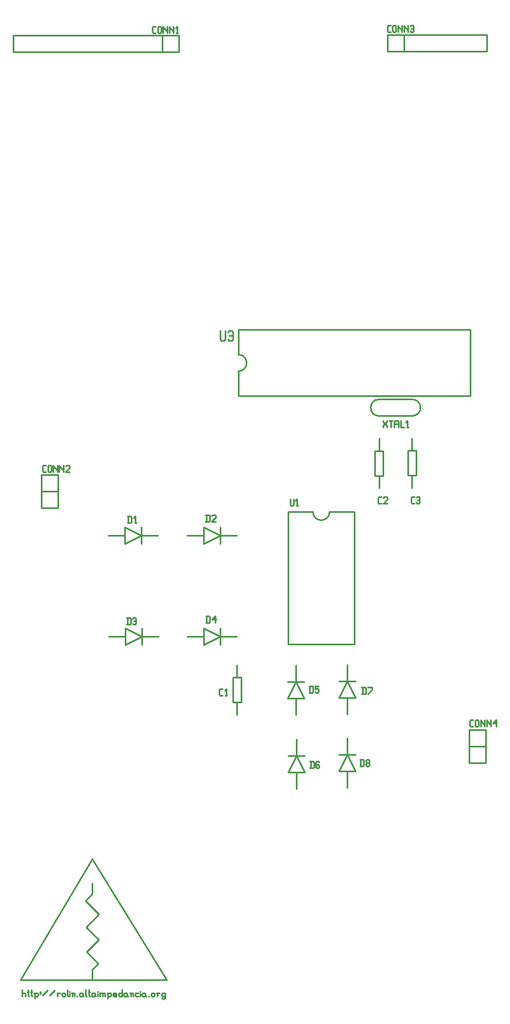
<source format=gbr>
G04 start of page 7 for group -4079 idx -4079 *
G04 Title: rolin, topsilk *
G04 Creator: pcb 20091103 *
G04 CreationDate: vie 16 abr 2010 18:34:02 GMT UTC *
G04 For: jegc *
G04 Format: Gerber/RS-274X *
G04 PCB-Dimensions: 314961 629921 *
G04 PCB-Coordinate-Origin: lower left *
%MOIN*%
%FSLAX25Y25*%
%LNFRONTSILK*%
%ADD18C,0.0100*%
G54D18*X54174Y77793D02*X62363Y69604D01*
X62362Y69606D02*X54567Y61811D01*
X58347Y81969D02*X54173Y77795D01*
X58347Y88305D02*Y81967D01*
X14921Y29960D02*X58267Y103070D01*
X103465Y30000D01*
X58386Y29960D02*X14920Y29961D01*
X58387Y36222D02*Y29962D01*
X61969Y39803D02*X58386Y36220D01*
X103464Y29999D02*X58385Y29960D01*
X62165Y54212D02*X54882Y46929D01*
X54567Y61809D02*X62165Y54211D01*
X54882Y46928D02*X61968Y39802D01*
X15823Y24077D02*Y20077D01*
Y21577D02*X16323Y22077D01*
X17323D01*
X17823Y21577D01*
Y20077D01*
X19524Y24077D02*Y20577D01*
X20024Y20077D01*
X19024Y22577D02*X20024D01*
X21525Y24077D02*Y20577D01*
X22025Y20077D01*
X21025Y22577D02*X22025D01*
X23526Y21577D02*Y18577D01*
X23026Y22077D02*X23526Y21577D01*
X24026Y22077D01*
X25026D01*
X25526Y21577D01*
Y20577D01*
X25026Y20077D02*X25526Y20577D01*
X24026Y20077D02*X25026D01*
X23526Y20577D02*X24026Y20077D01*
X26727Y22577D02*X27227D01*
X26727Y21577D02*X27227D01*
X28428Y20577D02*X31428Y23577D01*
X32629Y20577D02*X35629Y23577D01*
X37330Y21577D02*Y20077D01*
Y21577D02*X37830Y22077D01*
X38830D01*
X36830D02*X37330Y21577D01*
X40031D02*Y20577D01*
Y21577D02*X40531Y22077D01*
X41531D01*
X42031Y21577D01*
Y20577D01*
X41531Y20077D02*X42031Y20577D01*
X40531Y20077D02*X41531D01*
X40031Y20577D02*X40531Y20077D01*
X43232Y24077D02*Y20577D01*
X43732Y20077D01*
X44733Y23077D02*Y22577D01*
Y21577D02*Y20077D01*
X46234Y21577D02*Y20077D01*
Y21577D02*X46734Y22077D01*
X47234D01*
X47734Y21577D01*
Y20077D01*
X45734Y22077D02*X46234Y21577D01*
X48935Y20077D02*X49435D01*
X52136Y22077D02*X52636Y21577D01*
X51136Y22077D02*X52136D01*
X50636Y21577D02*X51136Y22077D01*
X50636Y21577D02*Y20577D01*
X51136Y20077D01*
X52636Y22077D02*Y20577D01*
X53136Y20077D01*
X51136D02*X52136D01*
X52636Y20577D01*
X54337Y24077D02*Y20577D01*
X54837Y20077D01*
X56338Y24077D02*Y20577D01*
X56838Y20077D01*
X55838Y22577D02*X56838D01*
X59339Y22077D02*X59839Y21577D01*
X58339Y22077D02*X59339D01*
X57839Y21577D02*X58339Y22077D01*
X57839Y21577D02*Y20577D01*
X58339Y20077D01*
X59839Y22077D02*Y20577D01*
X60339Y20077D01*
X58339D02*X59339D01*
X59839Y20577D01*
X61540Y23077D02*Y22577D01*
Y21577D02*Y20077D01*
X63041Y21577D02*Y20077D01*
Y21577D02*X63541Y22077D01*
X64041D01*
X64541Y21577D01*
Y20077D01*
Y21577D02*X65041Y22077D01*
X65541D01*
X66041Y21577D01*
Y20077D01*
X62541Y22077D02*X63041Y21577D01*
X67742D02*Y18577D01*
X67242Y22077D02*X67742Y21577D01*
X68242Y22077D01*
X69242D01*
X69742Y21577D01*
Y20577D01*
X69242Y20077D02*X69742Y20577D01*
X68242Y20077D02*X69242D01*
X67742Y20577D02*X68242Y20077D01*
X71443D02*X72943D01*
X70943Y20577D02*X71443Y20077D01*
X70943Y21577D02*Y20577D01*
Y21577D02*X71443Y22077D01*
X72443D01*
X72943Y21577D01*
X70943Y21077D02*X72943D01*
Y21577D02*Y21077D01*
X76144Y24077D02*Y20077D01*
X75644D02*X76144Y20577D01*
X74644Y20077D02*X75644D01*
X74144Y20577D02*X74644Y20077D01*
X74144Y21577D02*Y20577D01*
Y21577D02*X74644Y22077D01*
X75644D01*
X76144Y21577D01*
X78845Y22077D02*X79345Y21577D01*
X77845Y22077D02*X78845D01*
X77345Y21577D02*X77845Y22077D01*
X77345Y21577D02*Y20577D01*
X77845Y20077D01*
X79345Y22077D02*Y20577D01*
X79845Y20077D01*
X77845D02*X78845D01*
X79345Y20577D01*
X81546Y21577D02*Y20077D01*
Y21577D02*X82046Y22077D01*
X82546D01*
X83046Y21577D01*
Y20077D01*
X81046Y22077D02*X81546Y21577D01*
X84747Y22077D02*X86247D01*
X84247Y21577D02*X84747Y22077D01*
X84247Y21577D02*Y20577D01*
X84747Y20077D01*
X86247D01*
X87448Y23077D02*Y22577D01*
Y21577D02*Y20077D01*
X89949Y22077D02*X90449Y21577D01*
X88949Y22077D02*X89949D01*
X88449Y21577D02*X88949Y22077D01*
X88449Y21577D02*Y20577D01*
X88949Y20077D01*
X90449Y22077D02*Y20577D01*
X90949Y20077D01*
X88949D02*X89949D01*
X90449Y20577D01*
X92150Y20077D02*X92650D01*
X93851Y21577D02*Y20577D01*
Y21577D02*X94351Y22077D01*
X95351D01*
X95851Y21577D01*
Y20577D01*
X95351Y20077D02*X95851Y20577D01*
X94351Y20077D02*X95351D01*
X93851Y20577D02*X94351Y20077D01*
X97552Y21577D02*Y20077D01*
Y21577D02*X98052Y22077D01*
X99052D01*
X97052D02*X97552Y21577D01*
X101753Y22077D02*X102253Y21577D01*
X100753Y22077D02*X101753D01*
X100253Y21577D02*X100753Y22077D01*
X100253Y21577D02*Y20577D01*
X100753Y20077D01*
X101753D01*
X102253Y20577D01*
X100253Y19077D02*X100753Y18577D01*
X101753D01*
X102253Y19077D01*
Y22077D02*Y19077D01*
X143172Y212617D02*X148172D01*
X143172D02*Y197617D01*
X148172D01*
Y212617D02*Y197617D01*
X145672D02*Y190117D01*
Y220117D02*Y212617D01*
X295827Y181023D02*Y171023D01*
X285827D02*X295827D01*
X285827Y181023D02*X295827D01*
Y161023D01*
X285827D02*X295827D01*
X285827Y181023D02*Y161023D01*
X201655Y312597D02*X216655D01*
X176655D02*X191655D01*
X216655Y232597D02*Y312597D01*
X176655Y232597D02*X216655D01*
X176655Y312597D02*Y232597D01*
X191655Y312597D02*G75*G03X201655Y312597I5000J0D01*G01*
X176469Y210093D02*X186469D01*
X176469Y200093D02*X181469Y210093D01*
X176469Y200093D02*X186469D01*
X181469Y210093D02*X186469Y200093D01*
X181469D02*Y190093D01*
Y220093D02*Y210093D01*
X207296Y210331D02*X217296D01*
X207296Y200331D02*X212296Y210331D01*
X207296Y200331D02*X217296D01*
X212296Y210331D02*X217296Y200331D01*
X212296D02*Y190331D01*
Y220331D02*Y210331D01*
X100473Y590512D02*X110473D01*
X100473Y600512D02*Y590512D01*
X110473Y600512D02*Y590512D01*
X10473D02*X110473D01*
X10473Y600512D02*Y590512D01*
Y600512D02*X110473D01*
X236536Y600630D02*X246536D01*
Y590630D01*
X236536Y600630D02*Y590630D01*
Y600630D02*X296536D01*
Y590630D01*
X236536D02*X296536D01*
X248939Y349558D02*X253939D01*
X248939D02*Y334558D01*
X253939D01*
Y349558D02*Y334558D01*
X251439D02*Y327058D01*
Y357058D02*Y349558D01*
X146576Y422569D02*Y407569D01*
Y397569D02*Y382569D01*
Y422569D02*X286576D01*
Y382569D01*
X146576D02*X286576D01*
X146576Y397569D02*G75*G03X146576Y407569I0J5000D01*G01*
X229129Y349466D02*X234129D01*
X229129D02*Y334466D01*
X234129D01*
Y349466D02*Y334466D01*
X231629D02*Y326966D01*
Y356966D02*Y349466D01*
X231550Y370536D02*X251550D01*
X231550Y380536D02*X251550D01*
Y370536D02*G75*G03X251550Y380536I0J5000D01*G01*
X231550D02*G75*G03X231550Y370536I0J-5000D01*G01*
X37559Y335117D02*Y325117D01*
X27559D02*X37559D01*
X27559Y335117D02*X37559D01*
Y315117D01*
X27559D02*X37559D01*
X27559Y335117D02*Y315117D01*
X88126Y303295D02*Y293295D01*
X78126Y303295D02*X88126Y298295D01*
X78126Y303295D02*Y293295D01*
X88126Y298295D02*X78126Y293295D01*
X68126Y298295D02*X78126D01*
X88126D02*X98126D01*
X135765Y303256D02*Y293256D01*
X125765Y303256D02*X135765Y298256D01*
X125765Y303256D02*Y293256D01*
X135765Y298256D02*X125765Y293256D01*
X115765Y298256D02*X125765D01*
X135765D02*X145765D01*
X88204Y242468D02*Y232468D01*
X78204Y242468D02*X88204Y237468D01*
X78204Y242468D02*Y232468D01*
X88204Y237468D02*X78204Y232468D01*
X68204Y237468D02*X78204D01*
X88204D02*X98204D01*
X135802Y242468D02*Y232468D01*
X125802Y242468D02*X135802Y237468D01*
X125802Y242468D02*Y232468D01*
X135802Y237468D02*X125802Y232468D01*
X115802Y237468D02*X125802D01*
X135802D02*X145802D01*
X176548Y165449D02*X186548D01*
X176548Y155449D02*X181548Y165449D01*
X176548Y155449D02*X186548D01*
X181548Y165449D02*X186548Y155449D01*
X181548D02*Y145449D01*
Y175449D02*Y165449D01*
X207336Y165922D02*X217336D01*
X207336Y155922D02*X212336Y165922D01*
X207336Y155922D02*X217336D01*
X212336Y165922D02*X217336Y155922D01*
X212336D02*Y145922D01*
Y175922D02*Y165922D01*
X135591Y201800D02*X137091D01*
X135091Y202300D02*X135591Y201800D01*
X135091Y205300D02*Y202300D01*
Y205300D02*X135591Y205800D01*
X137091D01*
X138792Y201800D02*X139792D01*
X139292Y205800D02*Y201800D01*
X138292Y204800D02*X139292Y205800D01*
X286917Y182968D02*X288417D01*
X286417Y183468D02*X286917Y182968D01*
X286417Y186468D02*Y183468D01*
Y186468D02*X286917Y186968D01*
X288417D01*
X289618Y186468D02*Y183468D01*
Y186468D02*X290118Y186968D01*
X291118D01*
X291618Y186468D01*
Y183468D01*
X291118Y182968D02*X291618Y183468D01*
X290118Y182968D02*X291118D01*
X289618Y183468D02*X290118Y182968D01*
X292819Y186968D02*Y182968D01*
Y186968D02*Y186468D01*
X295319Y183968D01*
Y186968D02*Y182968D01*
X296520Y186968D02*Y182968D01*
Y186968D02*Y186468D01*
X299020Y183968D01*
Y186968D02*Y182968D01*
X300221Y184968D02*X302221Y186968D01*
X300221Y184968D02*X302721D01*
X302221Y186968D02*Y182968D01*
X221522Y206600D02*Y202600D01*
X223022Y206600D02*X223522Y206100D01*
Y203100D01*
X223022Y202600D02*X223522Y203100D01*
X221022Y202600D02*X223022D01*
X221022Y206600D02*X223022D01*
X224723Y202600D02*X227223Y205100D01*
Y206600D02*Y205100D01*
X224723Y206600D02*X227223D01*
X95223Y601748D02*X96723D01*
X94723Y602248D02*X95223Y601748D01*
X94723Y605248D02*Y602248D01*
Y605248D02*X95223Y605748D01*
X96723D01*
X97924Y605248D02*Y602248D01*
Y605248D02*X98424Y605748D01*
X99424D01*
X99924Y605248D01*
Y602248D01*
X99424Y601748D02*X99924Y602248D01*
X98424Y601748D02*X99424D01*
X97924Y602248D02*X98424Y601748D01*
X101125Y605748D02*Y601748D01*
Y605748D02*Y605248D01*
X103625Y602748D01*
Y605748D02*Y601748D01*
X104826Y605748D02*Y601748D01*
Y605748D02*Y605248D01*
X107326Y602748D01*
Y605748D02*Y601748D01*
X109027D02*X110027D01*
X109527Y605748D02*Y601748D01*
X108527Y604748D02*X109527Y605748D01*
X237036Y602496D02*X238536D01*
X236536Y602996D02*X237036Y602496D01*
X236536Y605996D02*Y602996D01*
Y605996D02*X237036Y606496D01*
X238536D01*
X239737Y605996D02*Y602996D01*
Y605996D02*X240237Y606496D01*
X241237D01*
X241737Y605996D01*
Y602996D01*
X241237Y602496D02*X241737Y602996D01*
X240237Y602496D02*X241237D01*
X239737Y602996D02*X240237Y602496D01*
X242938Y606496D02*Y602496D01*
Y606496D02*Y605996D01*
X245438Y603496D01*
Y606496D02*Y602496D01*
X246639Y606496D02*Y602496D01*
Y606496D02*Y605996D01*
X249139Y603496D01*
Y606496D02*Y602496D01*
X250340Y605996D02*X250840Y606496D01*
X251840D01*
X252340Y605996D01*
Y602996D01*
X251840Y602496D02*X252340Y602996D01*
X250840Y602496D02*X251840D01*
X250340Y602996D02*X250840Y602496D01*
Y604496D02*X252340D01*
X251366Y317688D02*X252866D01*
X250866Y318188D02*X251366Y317688D01*
X250866Y321188D02*Y318188D01*
Y321188D02*X251366Y321688D01*
X252866D01*
X254067Y321188D02*X254567Y321688D01*
X255567D01*
X256067Y321188D01*
Y318188D01*
X255567Y317688D02*X256067Y318188D01*
X254567Y317688D02*X255567D01*
X254067Y318188D02*X254567Y317688D01*
Y319688D02*X256067D01*
X135750Y421877D02*Y416837D01*
X136470Y416117D01*
X137910D01*
X138630Y416837D01*
Y421877D02*Y416837D01*
X140359Y421157D02*X141079Y421877D01*
X142519D01*
X143239Y421157D01*
Y416837D01*
X142519Y416117D02*X143239Y416837D01*
X141079Y416117D02*X142519D01*
X140359Y416837D02*X141079Y416117D01*
Y418997D02*X143239D01*
X231379Y317640D02*X232879D01*
X230879Y318140D02*X231379Y317640D01*
X230879Y321140D02*Y318140D01*
Y321140D02*X231379Y321640D01*
X232879D01*
X234080Y321140D02*X234580Y321640D01*
X236080D01*
X236580Y321140D01*
Y320140D01*
X234080Y317640D02*X236580Y320140D01*
X234080Y317640D02*X236580D01*
X233873Y367536D02*Y367036D01*
X236373Y364536D01*
Y363536D01*
X233873Y364536D02*Y363536D01*
Y364536D02*X236373Y367036D01*
Y367536D02*Y367036D01*
X237574Y367536D02*X239574D01*
X238574D02*Y363536D01*
X240775Y367036D02*Y363536D01*
Y367036D02*X241275Y367536D01*
X242775D01*
X243275Y367036D01*
Y363536D01*
X240775Y365536D02*X243275D01*
X244476Y367536D02*Y363536D01*
X246476D01*
X248177D02*X249177D01*
X248677Y367536D02*Y363536D01*
X247677Y366536D02*X248677Y367536D01*
X28846Y336826D02*X30346D01*
X28346Y337326D02*X28846Y336826D01*
X28346Y340326D02*Y337326D01*
Y340326D02*X28846Y340826D01*
X30346D01*
X31547Y340326D02*Y337326D01*
Y340326D02*X32047Y340826D01*
X33047D01*
X33547Y340326D01*
Y337326D01*
X33047Y336826D02*X33547Y337326D01*
X32047Y336826D02*X33047D01*
X31547Y337326D02*X32047Y336826D01*
X34748Y340826D02*Y336826D01*
Y340826D02*Y340326D01*
X37248Y337826D01*
Y340826D02*Y336826D01*
X38449Y340826D02*Y336826D01*
Y340826D02*Y340326D01*
X40949Y337826D01*
Y340826D02*Y336826D01*
X42150Y340326D02*X42650Y340826D01*
X44150D01*
X44650Y340326D01*
Y339326D01*
X42150Y336826D02*X44650Y339326D01*
X42150Y336826D02*X44650D01*
X177875Y320449D02*Y316949D01*
X178375Y316449D01*
X179375D01*
X179875Y316949D01*
Y320449D02*Y316949D01*
X181576Y316449D02*X182576D01*
X182076Y320449D02*Y316449D01*
X181076Y319449D02*X182076Y320449D01*
X80106Y310181D02*Y306181D01*
X81606Y310181D02*X82106Y309681D01*
Y306681D01*
X81606Y306181D02*X82106Y306681D01*
X79606Y306181D02*X81606D01*
X79606Y310181D02*X81606D01*
X83807Y306181D02*X84807D01*
X84307Y310181D02*Y306181D01*
X83307Y309181D02*X84307Y310181D01*
X127191Y310770D02*Y306770D01*
X128691Y310770D02*X129191Y310270D01*
Y307270D01*
X128691Y306770D02*X129191Y307270D01*
X126691Y306770D02*X128691D01*
X126691Y310770D02*X128691D01*
X130392Y310270D02*X130892Y310770D01*
X132392D01*
X132892Y310270D01*
Y309270D01*
X130392Y306770D02*X132892Y309270D01*
X130392Y306770D02*X132892D01*
X79595Y248647D02*Y244647D01*
X81095Y248647D02*X81595Y248147D01*
Y245147D01*
X81095Y244647D02*X81595Y245147D01*
X79095Y244647D02*X81095D01*
X79095Y248647D02*X81095D01*
X82796Y248147D02*X83296Y248647D01*
X84296D01*
X84796Y248147D01*
Y245147D01*
X84296Y244647D02*X84796Y245147D01*
X83296Y244647D02*X84296D01*
X82796Y245147D02*X83296Y244647D01*
Y246647D02*X84796D01*
X127469Y249590D02*Y245590D01*
X128969Y249590D02*X129469Y249090D01*
Y246090D01*
X128969Y245590D02*X129469Y246090D01*
X126969Y245590D02*X128969D01*
X126969Y249590D02*X128969D01*
X130670Y247590D02*X132670Y249590D01*
X130670Y247590D02*X133170D01*
X132670Y249590D02*Y245590D01*
X189753Y207504D02*Y203504D01*
X191253Y207504D02*X191753Y207004D01*
Y204004D01*
X191253Y203504D02*X191753Y204004D01*
X189253Y203504D02*X191253D01*
X189253Y207504D02*X191253D01*
X192954D02*X194954D01*
X192954D02*Y205504D01*
X193454Y206004D01*
X194454D01*
X194954Y205504D01*
Y204004D01*
X194454Y203504D02*X194954Y204004D01*
X193454Y203504D02*X194454D01*
X192954Y204004D02*X193454Y203504D01*
X190224Y161953D02*Y157953D01*
X191724Y161953D02*X192224Y161453D01*
Y158453D01*
X191724Y157953D02*X192224Y158453D01*
X189724Y157953D02*X191724D01*
X189724Y161953D02*X191724D01*
X194925D02*X195425Y161453D01*
X193925Y161953D02*X194925D01*
X193425Y161453D02*X193925Y161953D01*
X193425Y161453D02*Y158453D01*
X193925Y157953D01*
X194925Y159953D02*X195425Y159453D01*
X193425Y159953D02*X194925D01*
X193925Y157953D02*X194925D01*
X195425Y158453D01*
Y159453D02*Y158453D01*
X220461Y163096D02*Y159096D01*
X221961Y163096D02*X222461Y162596D01*
Y159596D01*
X221961Y159096D02*X222461Y159596D01*
X219961Y159096D02*X221961D01*
X219961Y163096D02*X221961D01*
X223662Y159596D02*X224162Y159096D01*
X223662Y160596D02*Y159596D01*
Y160596D02*X224162Y161096D01*
X225162D01*
X225662Y160596D01*
Y159596D01*
X225162Y159096D02*X225662Y159596D01*
X224162Y159096D02*X225162D01*
X223662Y161596D02*X224162Y161096D01*
X223662Y162596D02*Y161596D01*
Y162596D02*X224162Y163096D01*
X225162D01*
X225662Y162596D01*
Y161596D01*
X225162Y161096D02*X225662Y161596D01*
M02*

</source>
